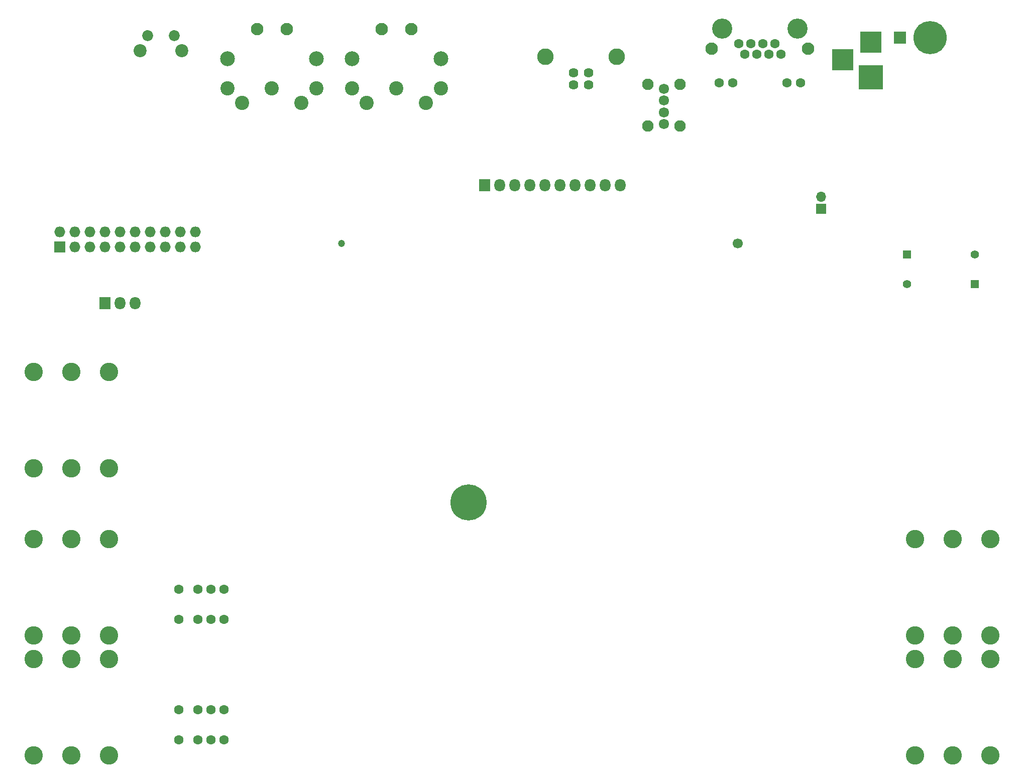
<source format=gbr>
G04 #@! TF.FileFunction,Soldermask,Bot*
%FSLAX46Y46*%
G04 Gerber Fmt 4.6, Leading zero omitted, Abs format (unit mm)*
G04 Created by KiCad (PCBNEW (2015-05-18 BZR 5668)-product) date Tue 22 Sep 2015 11:08:47 AM CEST*
%MOMM*%
G01*
G04 APERTURE LIST*
%ADD10C,0.100000*%
%ADD11C,1.700000*%
%ADD12C,1.200000*%
%ADD13R,1.400000X1.400000*%
%ADD14C,1.400000*%
%ADD15C,1.720000*%
%ADD16C,1.950000*%
%ADD17R,1.827200X2.132000*%
%ADD18O,1.827200X2.132000*%
%ADD19C,2.200000*%
%ADD20C,1.850000*%
%ADD21C,2.500000*%
%ADD22C,2.400000*%
%ADD23C,2.100000*%
%ADD24C,1.601140*%
%ADD25C,3.400000*%
%ADD26C,3.100000*%
%ADD27R,4.100000X4.100000*%
%ADD28R,3.600000X3.600000*%
%ADD29R,2.098980X2.098980*%
%ADD30C,5.600000*%
%ADD31C,1.600000*%
%ADD32C,1.624000*%
%ADD33C,2.800020*%
%ADD34O,1.700000X1.700000*%
%ADD35R,1.700000X1.700000*%
%ADD36R,1.827200X1.827200*%
%ADD37O,1.827200X1.827200*%
%ADD38C,6.100000*%
G04 APERTURE END LIST*
D10*
D11*
X108606860Y-34671000D03*
D12*
X41806860Y-34671000D03*
D13*
X137106660Y-36534080D03*
D14*
X137106660Y-41534080D03*
D13*
X148511260Y-41534080D03*
D14*
X148511260Y-36534080D03*
D15*
X96136460Y-8590280D03*
X96136460Y-10590280D03*
X96136460Y-12590280D03*
D16*
X98856460Y-7860280D03*
D15*
X96136460Y-14590280D03*
D16*
X98856460Y-14860280D03*
X93416460Y-7860280D03*
X93416460Y-14860280D03*
D17*
X65910460Y-24884380D03*
D18*
X68450460Y-24884380D03*
X70990460Y-24884380D03*
X73530460Y-24884380D03*
X76070460Y-24884380D03*
X78610460Y-24884380D03*
X81150460Y-24884380D03*
X83690460Y-24884380D03*
X86230460Y-24884380D03*
X88770460Y-24884380D03*
D17*
X1930780Y-44777300D03*
D18*
X4470780Y-44777300D03*
X7010780Y-44777300D03*
D19*
X14865900Y-2154720D03*
D20*
X13605900Y335280D03*
X9105900Y335280D03*
D19*
X7855900Y-2154720D03*
D21*
X22510720Y-3511540D03*
D22*
X35010720Y-11011540D03*
D23*
X27510720Y1488460D03*
D22*
X37510720Y-8511540D03*
X30010720Y-8511540D03*
X22510720Y-8511540D03*
X25010720Y-11011540D03*
D23*
X32510720Y1488460D03*
D21*
X37510720Y-3511540D03*
D23*
X120418860Y-1859280D03*
D24*
X105432860Y-7574280D03*
X107718860Y-7574280D03*
X116862860Y-7574280D03*
X119148860Y-7574280D03*
X115846860Y-2748280D03*
X113814860Y-2748280D03*
X111782860Y-2748280D03*
X109750860Y-2748280D03*
X112798860Y-970280D03*
X110766860Y-970280D03*
X114830860Y-970280D03*
X108734860Y-970280D03*
D25*
X105940860Y1569720D03*
X118640860Y1569720D03*
D23*
X104162860Y-1859280D03*
D21*
X43514740Y-3514080D03*
D22*
X56014740Y-11014080D03*
D23*
X48514740Y1485920D03*
D22*
X58514740Y-8514080D03*
X51014740Y-8514080D03*
X43514740Y-8514080D03*
X46014740Y-11014080D03*
D23*
X53514740Y1485920D03*
D21*
X58514740Y-3514080D03*
D26*
X-3792220Y-56393680D03*
X2557780Y-56393680D03*
X-10142220Y-56393680D03*
X-3792220Y-72623680D03*
X2557780Y-72623680D03*
X-10142220Y-72623680D03*
X144802860Y-100817080D03*
X138452860Y-100817080D03*
X151152860Y-100817080D03*
X144802860Y-84587080D03*
X138452860Y-84587080D03*
X151152860Y-84587080D03*
X144802860Y-121022780D03*
X138452860Y-121022780D03*
X151152860Y-121022780D03*
X144802860Y-104792780D03*
X138452860Y-104792780D03*
X151152860Y-104792780D03*
X-3792220Y-84592760D03*
X2557780Y-84592760D03*
X-10142220Y-84592760D03*
X-3792220Y-100822760D03*
X2557780Y-100822760D03*
X-10142220Y-100822760D03*
X-3792220Y-104790840D03*
X2557780Y-104790840D03*
X-10142220Y-104790840D03*
X-3792220Y-121020840D03*
X2557780Y-121020840D03*
X-10142220Y-121020840D03*
D27*
X131008120Y-6715760D03*
D28*
X131008120Y-713220D03*
X126308120Y-3713220D03*
D29*
X135930640Y-15240D03*
D30*
X141010640Y-15240D03*
D31*
X14323060Y-93019880D03*
X14323060Y-98099880D03*
X17523060Y-98099880D03*
X19723060Y-98099880D03*
X21923060Y-98099880D03*
X17523060Y-93019880D03*
X19723060Y-93019880D03*
X21923060Y-93019880D03*
X14323060Y-113339880D03*
X14323060Y-118419880D03*
X17523060Y-118419880D03*
X19723060Y-118419880D03*
X21923060Y-118419880D03*
X17523060Y-113339880D03*
X19723060Y-113339880D03*
X21923060Y-113339880D03*
D32*
X83433920Y-7947660D03*
X80893920Y-7947660D03*
X80893920Y-5948680D03*
X83433920Y-5948680D03*
D33*
X88163400Y-3248660D03*
X76164440Y-3248660D03*
D34*
X122666760Y-26859480D03*
D35*
X122666760Y-28859480D03*
D36*
X-5686820Y-35309700D03*
D37*
X-5686820Y-32769700D03*
X-3146820Y-35309700D03*
X-3146820Y-32769700D03*
X-606820Y-35309700D03*
X-606820Y-32769700D03*
X1933180Y-35309700D03*
X1933180Y-32769700D03*
X4473180Y-35309700D03*
X4473180Y-32769700D03*
X7013180Y-35309700D03*
X7013180Y-32769700D03*
X9553180Y-35309700D03*
X9553180Y-32769700D03*
X12093180Y-35309700D03*
X12093180Y-32769700D03*
X14633180Y-35309700D03*
X14633180Y-32769700D03*
X17173180Y-35309700D03*
X17173180Y-32769700D03*
D38*
X63157100Y-78409800D03*
M02*

</source>
